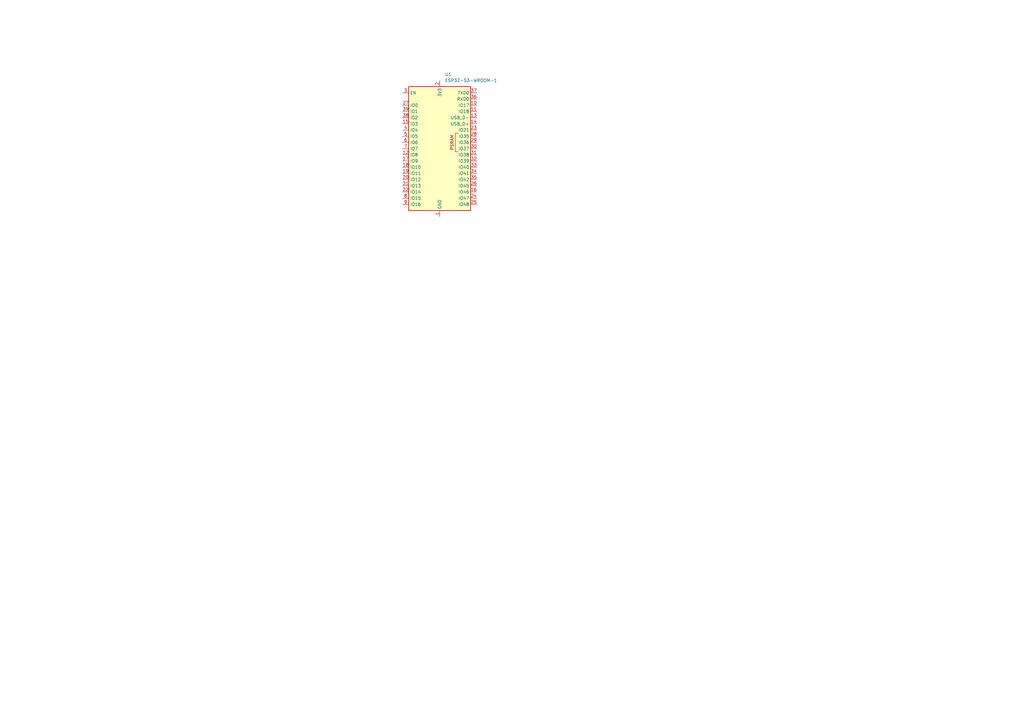
<source format=kicad_sch>
(kicad_sch (version 20250114) (generator "eeschema") (generator_version "9.0")
  (paper "A3")
  (title_block (title "PC Interface Card") (date "31 December 2025") (rev "V1"))
  (lib_symbols
    (symbol "RF_Module:ESP32-S3-WROOM-1"
      (property "Reference" "U" (at -12.7 26.67 0))
      (property "Value" "ESP32-S3-WROOM-1" (at 12.7 26.67 0))
      (symbol "ESP32-S3-WROOM-1_0_0"
        (rectangle (start -12.7 25.4) (end 12.7 -25.4) (stroke (width 0.254)) (fill (type background)))
        (text "PSRAM" (at 5.08 2.54 900) (effects (font (size 1.27 1.27))))
      )
      (symbol "ESP32-S3-WROOM-1_0_1"
        (polyline (pts (xy 7.62 -1.27) (xy 6.35 -1.27) (xy 6.35 6.35) (xy 7.62 6.35)))
      )
      (symbol "ESP32-S3-WROOM-1_1_1"
        (pin input line (at -15.24 22.86 0) (length 2.54) (name "EN") (number "3"))
        (pin bidirectional line (at -15.24 17.78 0) (length 2.54) (name "IO0") (number "27"))
        (pin bidirectional line (at -15.24 15.24 0) (length 2.54) (name "IO1") (number "39"))
        (pin bidirectional line (at -15.24 12.7 0) (length 2.54) (name "IO2") (number "38"))
        (pin bidirectional line (at -15.24 10.16 0) (length 2.54) (name "IO3") (number "15"))
        (pin bidirectional line (at -15.24 7.62 0) (length 2.54) (name "IO4") (number "4"))
        (pin bidirectional line (at -15.24 5.08 0) (length 2.54) (name "IO5") (number "5"))
        (pin bidirectional line (at -15.24 2.54 0) (length 2.54) (name "IO6") (number "6"))
        (pin bidirectional line (at -15.24 0 0) (length 2.54) (name "IO7") (number "7"))
        (pin bidirectional line (at -15.24 -2.54 0) (length 2.54) (name "IO8") (number "12"))
        (pin bidirectional line (at -15.24 -5.08 0) (length 2.54) (name "IO9") (number "17"))
        (pin bidirectional line (at -15.24 -7.62 0) (length 2.54) (name "IO10") (number "18"))
        (pin bidirectional line (at -15.24 -10.16 0) (length 2.54) (name "IO11") (number "19"))
        (pin bidirectional line (at -15.24 -12.7 0) (length 2.54) (name "IO12") (number "20"))
        (pin bidirectional line (at -15.24 -15.24 0) (length 2.54) (name "IO13") (number "21"))
        (pin bidirectional line (at -15.24 -17.78 0) (length 2.54) (name "IO14") (number "22"))
        (pin bidirectional line (at -15.24 -20.32 0) (length 2.54) (name "IO15") (number "8"))
        (pin bidirectional line (at -15.24 -22.86 0) (length 2.54) (name "IO16") (number "9"))
        (pin power_in line (at 0 27.94 270) (length 2.54) (name "3V3") (number "2"))
        (pin power_in line (at 0 -27.94 90) (length 2.54) (name "GND") (number "1"))
        (pin passive line (at 0 -27.94 90) (length 2.54) (hide yes) (name "GND") (number "40"))
        (pin passive line (at 0 -27.94 90) (length 2.54) (hide yes) (name "GND") (number "41"))
        (pin bidirectional line (at 15.24 22.86 180) (length 2.54) (name "TXD0") (number "37"))
        (pin bidirectional line (at 15.24 20.32 180) (length 2.54) (name "RXD0") (number "36"))
        (pin bidirectional line (at 15.24 17.78 180) (length 2.54) (name "IO17") (number "10"))
        (pin bidirectional line (at 15.24 15.24 180) (length 2.54) (name "IO18") (number "11"))
        (pin bidirectional line (at 15.24 12.7 180) (length 2.54) (name "USB_D-") (number "13"))
        (pin bidirectional line (at 15.24 10.16 180) (length 2.54) (name "USB_D+") (number "14"))
        (pin bidirectional line (at 15.24 7.62 180) (length 2.54) (name "IO21") (number "23"))
        (pin bidirectional line (at 15.24 5.08 180) (length 2.54) (name "IO35") (number "28"))
        (pin bidirectional line (at 15.24 2.54 180) (length 2.54) (name "IO36") (number "29"))
        (pin bidirectional line (at 15.24 0 180) (length 2.54) (name "IO37") (number "30"))
        (pin bidirectional line (at 15.24 -2.54 180) (length 2.54) (name "IO38") (number "31"))
        (pin bidirectional line (at 15.24 -5.08 180) (length 2.54) (name "IO39") (number "32"))
        (pin bidirectional line (at 15.24 -7.62 180) (length 2.54) (name "IO40") (number "33"))
        (pin bidirectional line (at 15.24 -10.16 180) (length 2.54) (name "IO41") (number "34"))
        (pin bidirectional line (at 15.24 -12.7 180) (length 2.54) (name "IO42") (number "35"))
        (pin bidirectional line (at 15.24 -15.24 180) (length 2.54) (name "IO45") (number "26"))
        (pin bidirectional line (at 15.24 -17.78 180) (length 2.54) (name "IO46") (number "16"))
        (pin bidirectional line (at 15.24 -20.32 180) (length 2.54) (name "IO47") (number "24"))
        (pin bidirectional line (at 15.24 -22.86 180) (length 2.54) (name "IO48") (number "25"))
      )
    )
  )
  (symbol (lib_id "RF_Module:ESP32-S3-WROOM-1") (at 180.34 60.96 0) (unit 1)
    (property "Reference" "U1" (at 182.4833 30.48 0) (effects (justify left)))
    (property "Value" "ESP32-S3-WROOM-1" (at 182.4833 33.02 0) (effects (justify left)))
    (property "Footprint" "RF_Module:ESP32-S3-WROOM-1" (effects (hide yes)))
    (property "Datasheet" "https://www.espressif.com/sites/default/files/documentation/esp32-s3-wroom-1_wroom-1u_datasheet_en.pdf" (effects (hide yes)))
    (property "Description" "RF Module, ESP32-S3 SoC, Wi-Fi 802.11b/g/n, Bluetooth, BLE, 32-bit, 3.3V, onboard antenna, SMD" (effects (hide yes)))
  )
)
</source>
